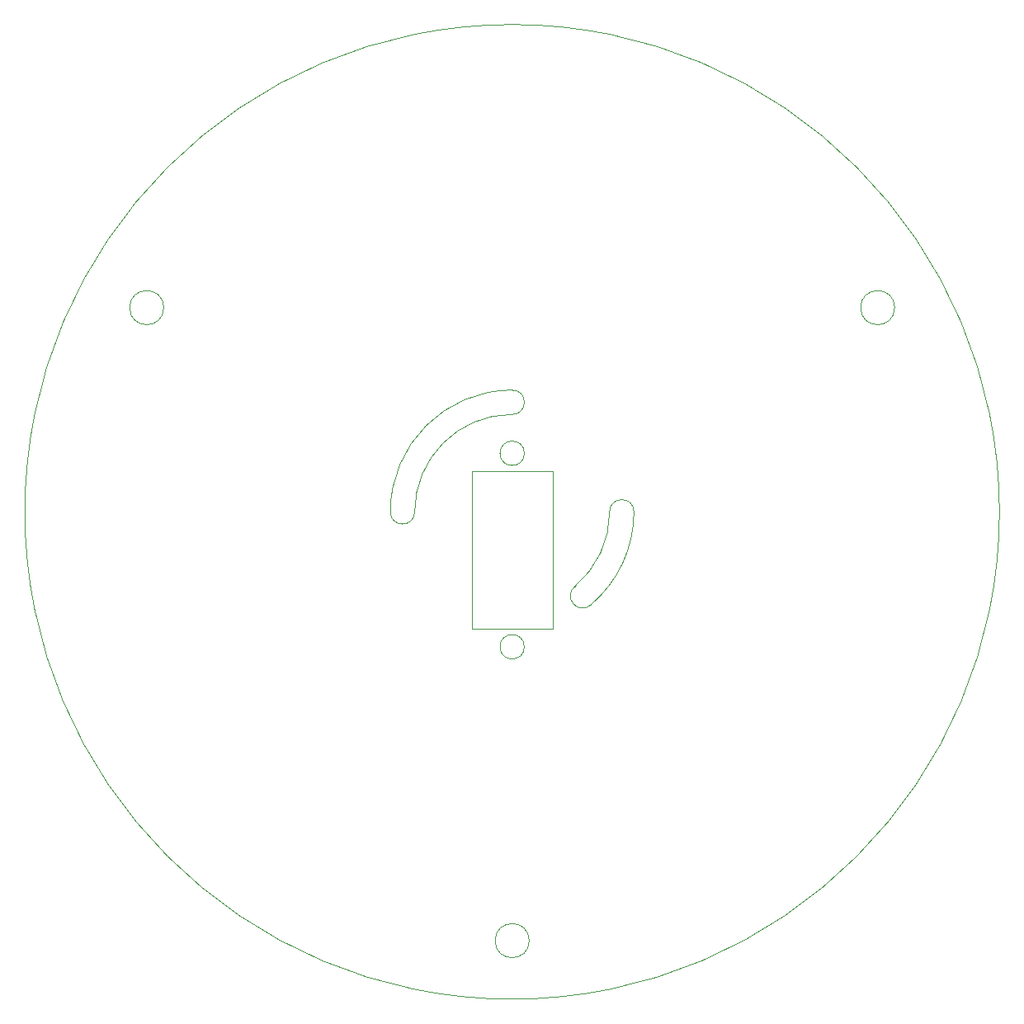
<source format=gko>
%FSDAX24Y24*%
%MOMM*%
%SFA1B1*%

%IPPOS*%
%ADD19C,0.100000*%
%LNpcb_final_v1-1*%
%LPD*%
G54D19*
X499999Y000000D02*
D01*
D01*
G75*
G03X-499999I-500000J0D01*
G74*G01*
D01*
G75*
G03X499999I500000J0D01*
G74*G01*
X012499Y-138499D02*
D01*
D01*
G75*
G03X-012499I-12500J0D01*
G74*G01*
D01*
G75*
G03X012499I12500J0D01*
G74*G01*
Y060099D02*
D01*
D01*
G75*
G03X-012499I-12500J0D01*
G74*G01*
D01*
G75*
G03X012499I12500J0D01*
G74*G01*
X017499Y-439999D02*
D01*
D01*
G75*
G03X-017499I-17500J0D01*
G74*G01*
D01*
G75*
G03X017499I17500J0D01*
G74*G01*
X392499Y209519D02*
D01*
D01*
G75*
G03X357499I-17499J0D01*
G74*G01*
D01*
G75*
G03X392499I17500J0D01*
G74*G01*
X-357499D02*
D01*
D01*
G75*
G03X-392499I-17500J0D01*
G74*G01*
D01*
G75*
G03X-357499I17499J0D01*
G74*G01*
X000000Y099999D02*
D01*
D01*
G75*
G03X-099999Y000000I0J-100000D01*
G74*G01*
X000000Y124999D02*
D01*
D01*
G75*
G03X-124999Y000000I0J-125000D01*
G74*G01*
X064278Y-076603D02*
D01*
D01*
G75*
G03X099999Y000000I-64279J76604D01*
G74*G01*
X080348Y-095755D02*
D01*
D01*
G75*
G03X124999Y000000I-80345J95753D01*
G74*G01*
X000000Y099999D02*
D01*
D01*
G75*
G03Y124999I0J12499D01*
G74*G01*
X-124999Y000000D02*
D01*
D01*
G75*
G03X-099999I12499J0D01*
G74*G01*
X124999D02*
D01*
D01*
G75*
G03X099999I-12499J0D01*
G74*G01*
X064274Y-076603D02*
D01*
D01*
G75*
G03X080344Y-095755I8036J-9574D01*
G74*G01*
X-041599Y-119999D02*
X041599D01*
Y041599*
X-041599D02*
X041599D01*
X-041599Y-119999D02*
Y041599D01*
M02*
</source>
